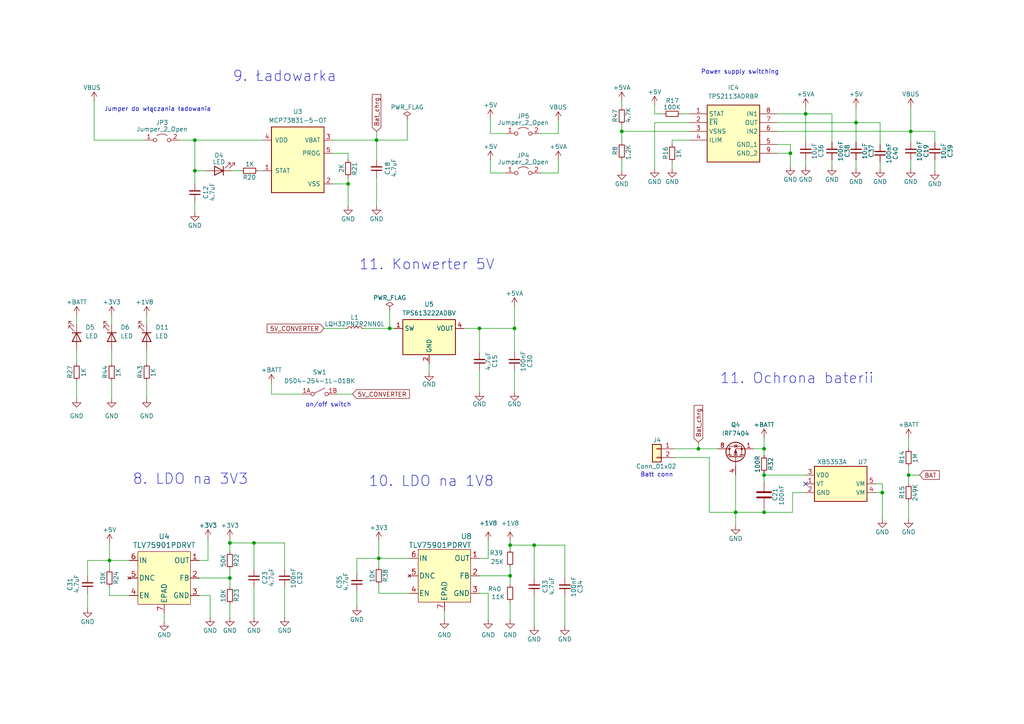
<source format=kicad_sch>
(kicad_sch (version 20231120) (generator "eeschema") (generator_version "8.0")
  (paper "A4")
  (lib_symbols
    (symbol "AP9101CK_1"
      (property "Reference" "U?" (at 0 10.795 0))
      (property "Value" "XB5353A" (at 0 8.255 0))
      (symbol "AP9101CK_1_0_1"
        (rectangle (start -7.62 5.08) (end 7.62 -5.08) (stroke (width 0.254)) (fill (type background)))
      )
      (symbol "AP9101CK_1_1_1"
        (pin passive line (at 10.16 0 180) (length 2.54) (name "VT") (number "1"))
        (pin power_in line (at 10.16 -2.54 180) (length 2.54) (name "GND") (number "2"))
        (pin power_in line (at 10.16 2.54 180) (length 2.54) (name "VDD") (number "3"))
        (pin output line (at -10.16 -2.54 0) (length 2.54) (name "VM") (number "4"))
        (pin output line (at -10.16 0 0) (length 2.54) (name "VM") (number "5"))
      )
    )
    (symbol "Connector_Generic:Conn_01x02" (pin_names (offset 1.016) hide)
      (property "Reference" "J" (at 0 2.54 0))
      (property "Value" "Conn_01x02" (at 0 -5.08 0))
      (symbol "Conn_01x02_1_1"
        (rectangle (start -1.27 -2.413) (end 0 -2.667) (stroke (width 0.1524)))
        (rectangle (start -1.27 0.127) (end 0 -0.127) (stroke (width 0.1524)))
        (rectangle (start -1.27 1.27) (end 1.27 -3.81) (stroke (width 0.254)) (fill (type background)))
        (pin passive line (at -5.08 0 0) (length 3.81) (name "Pin_1") (number "1"))
        (pin passive line (at -5.08 -2.54 0) (length 3.81) (name "Pin_2") (number "2"))
      )
    )
    (symbol "Device:C" (pin_numbers hide) (pin_names (offset 0.254))
      (property "Reference" "C" (at 0.635 2.54 0))
      (property "Value" "C" (at 0.635 -2.54 0))
      (symbol "C_0_1"
        (polyline (pts (xy -2.032 -0.762) (xy 2.032 -0.762)) (stroke (width 0.508)))
        (polyline (pts (xy -2.032 0.762) (xy 2.032 0.762)) (stroke (width 0.508)))
      )
      (symbol "C_1_1"
        (pin passive line (at 0 3.81 270) (length 2.794) (name "~") (number "1"))
        (pin passive line (at 0 -3.81 90) (length 2.794) (name "~") (number "2"))
      )
    )
    (symbol "Device:C_Small" (pin_numbers hide) (pin_names (offset 0.254) hide)
      (property "Reference" "C" (at 0.254 1.778 0))
      (property "Value" "C_Small" (at 0.254 -2.032 0))
      (symbol "C_Small_0_1"
        (polyline (pts (xy -1.524 -0.508) (xy 1.524 -0.508)) (stroke (width 0.3302)))
        (polyline (pts (xy -1.524 0.508) (xy 1.524 0.508)) (stroke (width 0.3048)))
      )
      (symbol "C_Small_1_1"
        (pin passive line (at 0 2.54 270) (length 2.032) (name "~") (number "1"))
        (pin passive line (at 0 -2.54 90) (length 2.032) (name "~") (number "2"))
      )
    )
    (symbol "Device:LED" (pin_numbers hide) (pin_names (offset 1.016) hide)
      (property "Reference" "D" (at 0 2.54 0))
      (property "Value" "LED" (at 0 -2.54 0))
      (symbol "LED_0_1"
        (polyline (pts (xy -1.27 -1.27) (xy -1.27 1.27)) (stroke (width 0.254)))
        (polyline (pts (xy -1.27 0) (xy 1.27 0)))
        (polyline (pts (xy 1.27 -1.27) (xy 1.27 1.27) (xy -1.27 0) (xy 1.27 -1.27)) (stroke (width 0.254)))
        (polyline (pts (xy -3.048 -0.762) (xy -4.572 -2.286) (xy -3.81 -2.286) (xy -4.572 -2.286) (xy -4.572 -1.524)))
        (polyline (pts (xy -1.778 -0.762) (xy -3.302 -2.286) (xy -2.54 -2.286) (xy -3.302 -2.286) (xy -3.302 -1.524)))
      )
      (symbol "LED_1_1"
        (pin passive line (at -3.81 0 0) (length 2.54) (name "K") (number "1"))
        (pin passive line (at 3.81 0 180) (length 2.54) (name "A") (number "2"))
      )
    )
    (symbol "Device:L_Small" (pin_numbers hide) (pin_names (offset 0.254) hide)
      (property "Reference" "L" (at 0.762 1.016 0))
      (property "Value" "L_Small" (at 0.762 -1.016 0))
      (symbol "L_Small_0_1"
        (arc (start 0 -2.032) (mid 0.5058 -1.524) (end 0 -1.016))
        (arc (start 0 -1.016) (mid 0.5058 -0.508) (end 0 0))
        (arc (start 0 0) (mid 0.5058 0.508) (end 0 1.016))
        (arc (start 0 1.016) (mid 0.5058 1.524) (end 0 2.032))
      )
      (symbol "L_Small_1_1"
        (pin passive line (at 0 2.54 270) (length 0.508) (name "~") (number "1"))
        (pin passive line (at 0 -2.54 90) (length 0.508) (name "~") (number "2"))
      )
    )
    (symbol "Jumper:Jumper_2_Open" (pin_names (offset 0) hide)
      (property "Reference" "JP" (at 0 2.794 0))
      (property "Value" "Jumper_2_Open" (at 0 -2.286 0))
      (symbol "Jumper_2_Open_0_0"
        (circle (center -2.032 0) (radius 0.508))
        (circle (center 2.032 0) (radius 0.508))
      )
      (symbol "Jumper_2_Open_0_1"
        (arc (start 1.524 1.27) (mid 0 1.778) (end -1.524 1.27))
      )
      (symbol "Jumper_2_Open_1_1"
        (pin passive line (at -5.08 0 0) (length 2.54) (name "A") (number "1"))
        (pin passive line (at 5.08 0 180) (length 2.54) (name "B") (number "2"))
      )
    )
    (symbol "PUTRocketLab_IC:MCP73831-5-OT" (pin_names (offset 1.016))
      (property "Reference" "U?" (at -6.35 8.89 0))
      (property "Value" "MCP73831-5-OT" (at 5.08 8.89 0))
      (symbol "MCP73831-5-OT_0_1"
        (rectangle (start -7.62 7.62) (end 7.62 -11.43) (stroke (width 0.254)) (fill (type background)))
      )
      (symbol "MCP73831-5-OT_1_1"
        (pin output line (at -10.16 -5.08 0) (length 2.54) (name "STAT") (number "1"))
        (pin power_in line (at 10.16 -8.89 180) (length 2.54) (name "VSS") (number "2"))
        (pin power_out line (at 10.16 3.81 180) (length 2.54) (name "VBAT") (number "3"))
        (pin power_in line (at -10.16 3.81 0) (length 2.54) (name "VDD") (number "4"))
        (pin input line (at 10.16 0 180) (length 2.54) (name "PROG") (number "5"))
      )
    )
    (symbol "PUTRocketLab_IC:TLV75901PDRVT" (pin_names (offset 0.254))
      (property "Reference" "U" (at -6.35 13.97 0))
      (property "Value" "TLV75901PDRVT" (at 1.27 11.43 0))
      (symbol "TLV75901PDRVT_1_1"
        (rectangle (start -7.62 -7.62) (end 7.62 7.62) (fill (type background)))
        (pin power_out line (at -10.16 5.08 0) (length 2.54) (name "OUT") (number "1"))
        (pin input line (at -10.16 0 0) (length 2.54) (name "FB") (number "2"))
        (pin power_in line (at -10.16 -5.08 0) (length 2.54) (name "GND") (number "3"))
        (pin input line (at 10.16 -5.08 180) (length 2.54) (name "EN") (number "4"))
        (pin no_connect line (at 10.16 0 180) (length 2.54) (name "DNC") (number "5"))
        (pin power_in line (at 10.16 5.08 180) (length 2.54) (name "IN") (number "6"))
        (pin passive line (at 0 -10.16 90) (length 2.54) (name "EPAD") (number "7"))
      )
    )
    (symbol "PUTRocketLab_IC:TPS2113ADRBR"
      (property "Reference" "IC" (at 26.67 7.62 0))
      (property "Value" "TPS2113ADRBR" (at 26.67 5.08 0))
      (symbol "TPS2113ADRBR_1_1"
        (rectangle (start 5.08 2.54) (end 20.32 -13.97) (stroke (width 0.254)) (fill (type background)))
        (pin passive line (at 0 0 0) (length 5.08) (name "STAT") (number "1"))
        (pin passive line (at 0 -2.54 0) (length 5.08) (name "~{EN}") (number "2"))
        (pin passive line (at 0 -5.08 0) (length 5.08) (name "VSNS") (number "3"))
        (pin passive line (at 0 -7.62 0) (length 5.08) (name "ILIM") (number "4"))
        (pin passive line (at 25.4 -8.89 180) (length 5.08) (name "GND_1") (number "5"))
        (pin passive line (at 25.4 -5.08 180) (length 5.08) (name "IN2") (number "6"))
        (pin passive line (at 25.4 -2.54 180) (length 5.08) (name "OUT") (number "7"))
        (pin passive line (at 25.4 0 180) (length 5.08) (name "IN1") (number "8"))
        (pin passive line (at 25.4 -11.43 180) (length 5.08) (name "GND_2") (number "9"))
      )
    )
    (symbol "PutRocketLab_RCL:R_Small" (pin_numbers hide) (pin_names (offset 0.254) hide)
      (property "Reference" "R" (at 0.762 0.508 0))
      (property "Value" "R_Small" (at 0.762 -1.016 0))
      (symbol "R_Small_0_1"
        (rectangle (start -0.762 1.778) (end 0.762 -1.778) (stroke (width 0.2032)))
      )
      (symbol "R_Small_1_1"
        (pin passive line (at 0 2.54 270) (length 0.762) (name "~") (number "1"))
        (pin passive line (at 0 -2.54 90) (length 0.762) (name "~") (number "2"))
      )
    )
    (symbol "Regulator_Switching:TPS613222ADBV"
      (property "Reference" "U" (at -7.62 6.35 0))
      (property "Value" "TPS613222ADBV" (at 2.54 6.35 0))
      (symbol "TPS613222ADBV_0_1"
        (rectangle (start -7.62 5.08) (end 7.62 -5.08) (stroke (width 0.254)) (fill (type background)))
      )
      (symbol "TPS613222ADBV_1_1"
        (pin power_in line (at -10.16 2.54 0) (length 2.54) (name "SW") (number "1"))
        (pin power_in line (at 0 -7.62 90) (length 2.54) (name "GND") (number "2"))
        (pin no_connect line (at -7.62 -2.54 0) (length 2.54) hide (name "NC") (number "3"))
        (pin power_out line (at 10.16 2.54 180) (length 2.54) (name "VOUT") (number "4"))
        (pin no_connect line (at 7.62 -2.54 180) (length 2.54) hide (name "NC") (number "5"))
      )
    )
    (symbol "Switch:SW_SPST" (pin_names (offset 0) hide)
      (property "Reference" "SW1" (at 0 6.35 0))
      (property "Value" "DS04-254-1L-01BK" (at 0 3.81 0))
      (symbol "SW_SPST_0_0"
        (circle (center -2.032 0) (radius 0.508))
        (polyline (pts (xy -1.524 0.254) (xy 1.524 1.778)))
        (circle (center 2.032 0) (radius 0.508))
      )
      (symbol "SW_SPST_1_1"
        (pin passive line (at -5.08 0 0) (length 2.54) (name "A") (number "1A"))
        (pin passive line (at 5.08 0 180) (length 2.54) (name "B") (number "1B"))
      )
    )
    (symbol "Transistor_FET:IRF7404" (pin_names hide)
      (property "Reference" "Q" (at 5.08 1.905 0))
      (property "Value" "IRF7404" (at 5.08 0 0))
      (symbol "IRF7404_0_1"
        (polyline (pts (xy 0.254 0) (xy -2.54 0)))
        (polyline (pts (xy 0.254 1.905) (xy 0.254 -1.905)) (stroke (width 0.254)))
        (polyline (pts (xy 0.762 -1.27) (xy 0.762 -2.286)) (stroke (width 0.254)))
        (polyline (pts (xy 0.762 0.508) (xy 0.762 -0.508)) (stroke (width 0.254)))
        (polyline (pts (xy 0.762 2.286) (xy 0.762 1.27)) (stroke (width 0.254)))
        (polyline (pts (xy 2.54 2.54) (xy 2.54 1.778)))
        (polyline (pts (xy 2.54 -2.54) (xy 2.54 0) (xy 0.762 0)))
        (polyline (pts (xy 0.762 1.778) (xy 3.302 1.778) (xy 3.302 -1.778) (xy 0.762 -1.778)))
        (polyline (pts (xy 2.286 0) (xy 1.27 0.381) (xy 1.27 -0.381) (xy 2.286 0)) (fill (type outline)))
        (polyline (pts (xy 2.794 -0.508) (xy 2.921 -0.381) (xy 3.683 -0.381) (xy 3.81 -0.254)))
        (polyline (pts (xy 3.302 -0.381) (xy 2.921 0.254) (xy 3.683 0.254) (xy 3.302 -0.381)))
        (circle (center 1.651 0) (radius 2.794) (stroke (width 0.254)))
        (circle (center 2.54 -1.778) (radius 0.254) (fill (type outline)))
        (circle (center 2.54 1.778) (radius 0.254) (fill (type outline)))
      )
      (symbol "IRF7404_1_1"
        (pin passive line (at 2.54 -5.08 90) (length 2.54) (name "S") (number "1"))
        (pin passive line (at 2.54 -5.08 90) (length 2.54) hide (name "S") (number "2"))
        (pin passive line (at 2.54 -5.08 90) (length 2.54) hide (name "S") (number "3"))
        (pin passive line (at -5.08 0 0) (length 2.54) (name "G") (number "4"))
        (pin passive line (at 2.54 5.08 270) (length 2.54) hide (name "D") (number "5"))
        (pin passive line (at 2.54 5.08 270) (length 2.54) hide (name "D") (number "6"))
        (pin passive line (at 2.54 5.08 270) (length 2.54) hide (name "D") (number "7"))
        (pin passive line (at 2.54 5.08 270) (length 2.54) (name "D") (number "8"))
      )
    )
    (symbol "power:+3V3" (power) (pin_names (offset 0))
      (property "Value" "+3V3" (at 0 3.556 0))
      (symbol "+3V3_0_1"
        (polyline (pts (xy -0.762 1.27) (xy 0 2.54)))
        (polyline (pts (xy 0 0) (xy 0 2.54)))
        (polyline (pts (xy 0 2.54) (xy 0.762 1.27)))
      )
      (symbol "+3V3_1_1"
        (pin power_in line (at 0 0 90) (length 0) hide (name "+3V3") (number "1"))
      )
    )
    (symbol "power:+5V" (power) (pin_names (offset 0))
      (property "Value" "+5V" (at 0 3.556 0))
      (symbol "+5V_0_1"
        (polyline (pts (xy -0.762 1.27) (xy 0 2.54)))
        (polyline (pts (xy 0 0) (xy 0 2.54)))
        (polyline (pts (xy 0 2.54) (xy 0.762 1.27)))
      )
      (symbol "+5V_1_1"
        (pin power_in line (at 0 0 90) (length 0) hide (name "+5V") (number "1"))
      )
    )
    (symbol "power:+5VA" (power) (pin_numbers hide) (pin_names (offset 0) hide)
      (property "Value" "+5VA" (at 0 3.556 0))
      (symbol "+5VA_0_1"
        (polyline (pts (xy -0.762 1.27) (xy 0 2.54)))
        (polyline (pts (xy 0 0) (xy 0 2.54)))
        (polyline (pts (xy 0 2.54) (xy 0.762 1.27)))
      )
      (symbol "+5VA_1_1"
        (pin power_in line (at 0 0 90) (length 0) (name "~") (number "1"))
      )
    )
    (symbol "power:+BATT" (power) (pin_names (offset 0))
      (property "Value" "+BATT" (at 0 3.556 0))
      (symbol "+BATT_0_1"
        (polyline (pts (xy -0.762 1.27) (xy 0 2.54)))
        (polyline (pts (xy 0 0) (xy 0 2.54)))
        (polyline (pts (xy 0 2.54) (xy 0.762 1.27)))
      )
      (symbol "+BATT_1_1"
        (pin power_in line (at 0 0 90) (length 0) hide (name "+BATT") (number "1"))
      )
    )
    (symbol "power:GND" (power) (pin_names (offset 0))
      (property "Value" "GND" (at 0 -3.81 0))
      (symbol "GND_0_1"
        (polyline (pts (xy 0 0) (xy 0 -1.27) (xy 1.27 -1.27) (xy 0 -2.54) (xy -1.27 -1.27) (xy 0 -1.27)))
      )
      (symbol "GND_1_1"
        (pin power_in line (at 0 0 270) (length 0) hide (name "GND") (number "1"))
      )
    )
    (symbol "power:PWR_FLAG" (power) (pin_numbers hide) (pin_names (offset 0) hide)
      (property "Value" "PWR_FLAG" (at 0 3.81 0))
      (symbol "PWR_FLAG_0_0"
        (pin power_out line (at 0 0 90) (length 0) (name "~") (number "1"))
      )
      (symbol "PWR_FLAG_0_1"
        (polyline (pts (xy 0 0) (xy 0 1.27) (xy -1.016 1.905) (xy 0 2.54) (xy 1.016 1.905) (xy 0 1.27)))
      )
    )
    (symbol "power:VBUS" (power) (pin_numbers hide) (pin_names (offset 0) hide)
      (property "Value" "VBUS" (at 0 3.556 0))
      (symbol "VBUS_0_1"
        (polyline (pts (xy -0.762 1.27) (xy 0 2.54)))
        (polyline (pts (xy 0 0) (xy 0 2.54)))
        (polyline (pts (xy 0 2.54) (xy 0.762 1.27)))
      )
      (symbol "VBUS_1_1"
        (pin power_in line (at 0 0 90) (length 0) (name "~") (number "1"))
      )
    )
  )
  (junction (at 233.68 33.02))
  (junction (at 149.225 95.25))
  (junction (at 221.615 137.795))
  (junction (at 264.16 38.1))
  (junction (at 221.615 148.59))
  (junction (at 113.03 95.25))
  (junction (at 31.75 162.56))
  (junction (at 73.66 157.48))
  (junction (at 139.065 95.25))
  (junction (at 154.94 158.115))
  (junction (at 229.235 44.45))
  (junction (at 56.515 40.64))
  (junction (at 180.34 38.1))
  (junction (at 221.615 130.175))
  (junction (at 109.855 161.925))
  (junction (at 248.285 35.56))
  (junction (at 109.22 40.64))
  (junction (at 255.905 142.875))
  (junction (at 100.965 53.34))
  (junction (at 56.515 49.53))
  (junction (at 66.675 167.64))
  (junction (at 202.565 130.175))
  (junction (at 66.675 157.48))
  (junction (at 263.525 137.795))
  (junction (at 147.955 167.005))
  (junction (at 147.955 158.115))
  (junction (at 213.36 148.59))
  (no_connect (at 233.68 140.335))
  (wire (pts (xy 142.24 46.355) (xy 142.24 50.165)))
  (wire (pts (xy 103.505 161.925) (xy 103.505 166.37)))
  (wire (pts (xy 124.46 105.41) (xy 124.46 107.95)))
  (wire (pts (xy 233.68 33.02) (xy 241.3 33.02)))
  (wire (pts (xy 221.615 127) (xy 221.615 130.175)))
  (wire (pts (xy 103.505 171.45) (xy 103.505 175.895)))
  (wire (pts (xy 233.68 48.26) (xy 233.68 46.355)))
  (wire (pts (xy 109.22 38.1) (xy 109.22 40.64)))
  (wire (pts (xy 163.83 172.72) (xy 163.83 181.61)))
  (wire (pts (xy 139.065 161.925) (xy 141.605 161.925)))
  (wire (pts (xy 264.16 38.1) (xy 264.16 41.275)))
  (wire (pts (xy 225.425 33.02) (xy 233.68 33.02)))
  (wire (pts (xy 25.4 172.085) (xy 25.4 176.53)))
  (wire (pts (xy 233.68 31.115) (xy 233.68 33.02)))
  (wire (pts (xy 109.855 161.925) (xy 109.855 164.465)))
  (wire (pts (xy 103.505 161.925) (xy 109.855 161.925)))
  (wire (pts (xy 221.615 130.175) (xy 221.615 132.08)))
  (wire (pts (xy 147.955 174.625) (xy 147.955 179.705)))
  (wire (pts (xy 109.22 40.64) (xy 118.11 40.64)))
  (wire (pts (xy 225.425 35.56) (xy 248.285 35.56)))
  (wire (pts (xy 109.22 40.64) (xy 109.22 46.355)))
  (wire (pts (xy 233.68 142.875) (xy 229.87 142.875)))
  (wire (pts (xy 194.945 40.64) (xy 194.945 41.91)))
  (wire (pts (xy 189.865 35.56) (xy 200.025 35.56)))
  (wire (pts (xy 147.955 158.115) (xy 154.94 158.115)))
  (wire (pts (xy 22.225 101.6) (xy 22.225 105.41)))
  (wire (pts (xy 22.225 110.49) (xy 22.225 115.57)))
  (wire (pts (xy 32.385 91.44) (xy 32.385 93.98)))
  (wire (pts (xy 25.4 162.56) (xy 31.75 162.56)))
  (wire (pts (xy 59.69 49.53) (xy 56.515 49.53)))
  (wire (pts (xy 113.03 95.25) (xy 114.3 95.25)))
  (wire (pts (xy 96.52 40.64) (xy 109.22 40.64)))
  (wire (pts (xy 154.94 158.115) (xy 163.83 158.115)))
  (wire (pts (xy 264.16 48.895) (xy 264.16 46.355)))
  (wire (pts (xy 255.905 140.335) (xy 254 140.335)))
  (wire (pts (xy 141.605 172.085) (xy 139.065 172.085)))
  (wire (pts (xy 27.305 29.21) (xy 27.305 40.64)))
  (wire (pts (xy 197.485 33.02) (xy 200.025 33.02)))
  (wire (pts (xy 42.545 110.49) (xy 42.545 115.57)))
  (wire (pts (xy 22.225 91.44) (xy 22.225 93.98)))
  (wire (pts (xy 264.16 31.115) (xy 264.16 38.1)))
  (wire (pts (xy 60.325 162.56) (xy 60.325 156.21)))
  (wire (pts (xy 161.925 34.925) (xy 161.925 38.735)))
  (wire (pts (xy 96.52 53.34) (xy 100.965 53.34)))
  (wire (pts (xy 96.52 44.45) (xy 100.965 44.45)))
  (wire (pts (xy 205.74 148.59) (xy 213.36 148.59)))
  (wire (pts (xy 142.24 38.735) (xy 146.685 38.735)))
  (wire (pts (xy 218.44 130.175) (xy 221.615 130.175)))
  (wire (pts (xy 56.515 49.53) (xy 56.515 53.34)))
  (wire (pts (xy 202.565 128.27) (xy 202.565 130.175)))
  (wire (pts (xy 102.235 114.3) (xy 97.79 114.3)))
  (wire (pts (xy 255.27 48.895) (xy 255.27 46.99)))
  (wire (pts (xy 194.945 48.895) (xy 194.945 46.99)))
  (wire (pts (xy 67.31 49.53) (xy 69.85 49.53)))
  (wire (pts (xy 139.065 95.25) (xy 139.065 102.235)))
  (wire (pts (xy 229.87 142.875) (xy 229.87 148.59)))
  (wire (pts (xy 100.33 95.25) (xy 93.98 95.25)))
  (wire (pts (xy 142.24 34.29) (xy 142.24 38.735)))
  (wire (pts (xy 154.94 158.115) (xy 154.94 167.64)))
  (wire (pts (xy 128.905 177.165) (xy 128.905 179.705)))
  (wire (pts (xy 264.16 38.1) (xy 271.145 38.1)))
  (wire (pts (xy 263.525 137.795) (xy 266.7 137.795)))
  (wire (pts (xy 154.94 172.72) (xy 154.94 181.61)))
  (wire (pts (xy 221.615 147.32) (xy 221.615 148.59)))
  (wire (pts (xy 149.225 107.315) (xy 149.225 113.665)))
  (wire (pts (xy 78.74 114.3) (xy 87.63 114.3)))
  (wire (pts (xy 31.75 162.56) (xy 31.75 165.1)))
  (wire (pts (xy 57.785 162.56) (xy 60.325 162.56)))
  (wire (pts (xy 66.675 165.1) (xy 66.675 167.64)))
  (wire (pts (xy 82.55 165.1) (xy 82.55 157.48)))
  (wire (pts (xy 52.07 40.64) (xy 56.515 40.64)))
  (wire (pts (xy 194.945 40.64) (xy 200.025 40.64)))
  (wire (pts (xy 100.965 44.45) (xy 100.965 46.355)))
  (wire (pts (xy 241.3 48.26) (xy 241.3 46.355)))
  (wire (pts (xy 229.235 44.45) (xy 229.235 48.26)))
  (wire (pts (xy 255.905 150.495) (xy 255.905 142.875)))
  (wire (pts (xy 213.36 137.795) (xy 213.36 148.59)))
  (wire (pts (xy 189.865 35.56) (xy 189.865 48.895)))
  (wire (pts (xy 271.145 49.53) (xy 271.145 46.355)))
  (wire (pts (xy 109.22 59.69) (xy 109.22 51.435)))
  (wire (pts (xy 141.605 179.705) (xy 141.605 172.085)))
  (wire (pts (xy 60.96 179.07) (xy 60.96 172.72)))
  (wire (pts (xy 82.55 170.18) (xy 82.55 179.07)))
  (wire (pts (xy 56.515 58.42) (xy 56.515 61.595)))
  (wire (pts (xy 149.225 88.9) (xy 149.225 95.25)))
  (wire (pts (xy 255.905 142.875) (xy 255.905 140.335)))
  (wire (pts (xy 73.66 170.18) (xy 73.66 179.07)))
  (wire (pts (xy 263.525 145.415) (xy 263.525 150.495)))
  (wire (pts (xy 180.34 49.53) (xy 180.34 46.355)))
  (wire (pts (xy 213.36 148.59) (xy 213.36 152.4)))
  (wire (pts (xy 180.34 36.195) (xy 180.34 38.1)))
  (wire (pts (xy 56.515 40.64) (xy 76.2 40.64)))
  (wire (pts (xy 180.34 31.115) (xy 180.34 29.21)))
  (wire (pts (xy 142.24 50.165) (xy 146.685 50.165)))
  (wire (pts (xy 189.865 30.48) (xy 189.865 33.02)))
  (wire (pts (xy 241.3 33.02) (xy 241.3 41.275)))
  (wire (pts (xy 139.065 95.25) (xy 149.225 95.25)))
  (wire (pts (xy 31.75 157.48) (xy 31.75 162.56)))
  (wire (pts (xy 180.34 38.1) (xy 180.34 41.275)))
  (wire (pts (xy 66.675 156.21) (xy 66.675 157.48)))
  (wire (pts (xy 147.955 156.845) (xy 147.955 158.115)))
  (wire (pts (xy 31.75 162.56) (xy 37.465 162.56)))
  (wire (pts (xy 156.845 50.165) (xy 161.925 50.165)))
  (wire (pts (xy 248.285 31.115) (xy 248.285 35.56)))
  (wire (pts (xy 37.465 172.72) (xy 31.75 172.72)))
  (wire (pts (xy 156.845 38.735) (xy 161.925 38.735)))
  (wire (pts (xy 255.27 35.56) (xy 248.285 35.56)))
  (wire (pts (xy 139.065 107.315) (xy 139.065 113.665)))
  (wire (pts (xy 118.745 172.085) (xy 109.855 172.085)))
  (wire (pts (xy 113.03 90.17) (xy 113.03 95.25)))
  (wire (pts (xy 213.36 148.59) (xy 221.615 148.59)))
  (wire (pts (xy 57.785 167.64) (xy 66.675 167.64)))
  (wire (pts (xy 233.68 33.02) (xy 233.68 41.275)))
  (wire (pts (xy 195.58 130.175) (xy 202.565 130.175)))
  (wire (pts (xy 66.675 175.26) (xy 66.675 179.07)))
  (wire (pts (xy 32.385 110.49) (xy 32.385 115.57)))
  (wire (pts (xy 139.065 167.005) (xy 147.955 167.005)))
  (wire (pts (xy 225.425 38.1) (xy 264.16 38.1)))
  (wire (pts (xy 74.93 49.53) (xy 76.2 49.53)))
  (wire (pts (xy 248.285 48.895) (xy 248.285 46.355)))
  (wire (pts (xy 27.305 40.64) (xy 41.91 40.64)))
  (wire (pts (xy 221.615 137.16) (xy 221.615 137.795)))
  (wire (pts (xy 205.74 132.715) (xy 205.74 148.59)))
  (wire (pts (xy 202.565 130.175) (xy 208.28 130.175)))
  (wire (pts (xy 109.855 172.085) (xy 109.855 169.545)))
  (wire (pts (xy 134.62 95.25) (xy 139.065 95.25)))
  (wire (pts (xy 255.905 142.875) (xy 254 142.875)))
  (wire (pts (xy 32.385 101.6) (xy 32.385 105.41)))
  (wire (pts (xy 255.27 41.91) (xy 255.27 35.56)))
  (wire (pts (xy 118.11 34.925) (xy 118.11 40.64)))
  (wire (pts (xy 180.34 38.1) (xy 200.025 38.1)))
  (wire (pts (xy 42.545 91.44) (xy 42.545 93.98)))
  (wire (pts (xy 263.525 135.255) (xy 263.525 137.795)))
  (wire (pts (xy 229.235 41.91) (xy 229.235 44.45)))
  (wire (pts (xy 66.675 157.48) (xy 66.675 160.02)))
  (wire (pts (xy 109.855 156.845) (xy 109.855 161.925)))
  (wire (pts (xy 25.4 162.56) (xy 25.4 167.005)))
  (wire (pts (xy 66.675 157.48) (xy 73.66 157.48)))
  (wire (pts (xy 263.525 127) (xy 263.525 130.175)))
  (wire (pts (xy 56.515 49.53) (xy 56.515 40.64)))
  (wire (pts (xy 82.55 157.48) (xy 73.66 157.48)))
  (wire (pts (xy 109.855 161.925) (xy 118.745 161.925)))
  (wire (pts (xy 147.955 167.005) (xy 147.955 169.545)))
  (wire (pts (xy 149.225 102.235) (xy 149.225 95.25)))
  (wire (pts (xy 225.425 41.91) (xy 229.235 41.91)))
  (wire (pts (xy 47.625 177.8) (xy 47.625 180.34)))
  (wire (pts (xy 221.615 137.795) (xy 221.615 139.7)))
  (wire (pts (xy 163.83 158.115) (xy 163.83 167.64)))
  (wire (pts (xy 271.145 38.1) (xy 271.145 41.275)))
  (wire (pts (xy 100.965 53.34) (xy 100.965 59.69)))
  (wire (pts (xy 189.865 33.02) (xy 192.405 33.02)))
  (wire (pts (xy 221.615 137.795) (xy 233.68 137.795)))
  (wire (pts (xy 195.58 132.715) (xy 205.74 132.715)))
  (wire (pts (xy 73.66 157.48) (xy 73.66 165.1)))
  (wire (pts (xy 66.675 167.64) (xy 66.675 170.18)))
  (wire (pts (xy 60.96 172.72) (xy 57.785 172.72)))
  (wire (pts (xy 263.525 137.795) (xy 263.525 140.335)))
  (wire (pts (xy 100.965 51.435) (xy 100.965 53.34)))
  (wire (pts (xy 225.425 44.45) (xy 229.235 44.45)))
  (wire (pts (xy 141.605 161.925) (xy 141.605 156.845)))
  (wire (pts (xy 147.955 158.115) (xy 147.955 159.385)))
  (wire (pts (xy 161.925 46.355) (xy 161.925 50.165)))
  (wire (pts (xy 229.87 148.59) (xy 221.615 148.59)))
  (wire (pts (xy 147.955 164.465) (xy 147.955 167.005)))
  (wire (pts (xy 105.41 95.25) (xy 113.03 95.25)))
  (wire (pts (xy 78.74 111.125) (xy 78.74 114.3)))
  (wire (pts (xy 248.285 35.56) (xy 248.285 41.275)))
  (wire (pts (xy 42.545 101.6) (xy 42.545 105.41)))
  (wire (pts (xy 31.75 172.72) (xy 31.75 170.18)))
  (text "11. Ochrona baterii" (at 231.14 109.855 0) (effects (font (size 3 3))))
  (text "Batt conn" (at 190.5 137.795 0) (effects (font (size 1.27 1.27))))
  (text "Power supply switching" (at 214.63 20.955 0) (effects (font (size 1.27 1.27))))
  (text "Jumper do włączania ładowania" (at 45.72 31.75 0) (effects (font (size 1.27 1.27))))
  (text "11. Konwerter 5V" (at 123.825 76.835 0) (effects (font (size 3 3))))
  (text "9. Ładowarka" (at 82.55 22.225 0) (effects (font (size 3 3))))
  (text "on/off switch" (at 95.25 117.475 0) (effects (font (size 1.27 1.27))))
  (text "8. LDO na 3V3" (at 55.245 139.065 0) (effects (font (size 3 3))))
  (text "10. LDO na 1V8\n" (at 125.095 139.7 0) (effects (font (size 3 3))))
  (global_label "BAT" (shape input) (at 266.7 137.795 0) (property "Intersheetrefs" "${INTERSHEET_REFS}" (effects (hide yes))))
  (global_label "Bat_chrg" (shape input) (at 109.22 38.1 90) (property "Intersheetrefs" "${INTERSHEET_REFS}" (effects (hide yes))))
  (global_label "5V_CONVERTER" (shape input) (at 93.98 95.25 180) (property "Intersheetrefs" "${INTERSHEET_REFS}" (effects (hide yes))))
  (global_label "Bat_chrg" (shape input) (at 202.565 128.27 90) (property "Intersheetrefs" "${INTERSHEET_REFS}" (effects (hide yes))))
  (global_label "5V_CONVERTER" (shape input) (at 102.235 114.3 0) (property "Intersheetrefs" "${INTERSHEET_REFS}" (effects (hide yes))))
  (symbol (lib_id "power:GND") (at 264.16 48.895 0) (mirror y) (unit 1)
    (property "Reference" "#PWR0125" (effects (hide yes)))
    (property "Value" "GND" (at 264.16 52.705 0))
  )
  (symbol (lib_id "PutRocketLab_RCL:R_Small") (at 100.965 48.895 0) (unit 1)
    (property "Reference" "R21" (at 102.87 46.99 90) (effects (justify right)))
    (property "Value" "2K" (at 99.06 50.165 90) (effects (justify left)))
    (property "Footprint" "Resistor_SMD:R_0402_1005Metric_Pad0.72x0.64mm_HandSolder" (effects (hide yes)))
  )
  (symbol (lib_id "power:GND") (at 60.96 179.07 0) (mirror y) (unit 1)
    (property "Reference" "#PWR067" (effects (hide yes)))
    (property "Value" "GND" (at 60.96 182.88 0))
  )
  (symbol (lib_id "power:GND") (at 229.235 48.26 0) (mirror y) (unit 1)
    (property "Reference" "#PWR0120" (effects (hide yes)))
    (property "Value" "GND" (at 229.235 52.07 0))
  )
  (symbol (lib_id "power:PWR_FLAG") (at 118.11 34.925 0) (unit 1)
    (property "Reference" "#FLG01" (effects (hide yes)))
    (property "Value" "PWR_FLAG" (at 118.11 31.115 0))
    (property "Description" "Special symbol for telling ERC where power comes from" (effects (hide yes)))
  )
  (symbol (lib_id "power:+5V") (at 189.865 30.48 0) (unit 1)
    (property "Reference" "#PWR0141" (effects (hide yes)))
    (property "Value" "+5V" (at 189.865 26.67 0))
    (property "Description" "Power symbol creates a global label with name \"+5V\"" (effects (hide yes)))
  )
  (symbol (lib_id "PutRocketLab_RCL:R_Small") (at 22.225 107.95 180) (unit 1)
    (property "Reference" "R27" (at 20.32 109.855 90) (effects (justify right)))
    (property "Value" "1K" (at 24.257 106.68 90) (effects (justify left)))
    (property "Footprint" "Resistor_SMD:R_0402_1005Metric_Pad0.72x0.64mm_HandSolder" (effects (hide yes)))
  )
  (symbol (lib_id "power:GND") (at 32.385 115.57 0) (unit 1)
    (property "Reference" "#PWR0115" (effects (hide yes)))
    (property "Value" "GND" (at 32.385 120.65 0))
  )
  (symbol (lib_id "PutRocketLab_RCL:R_Small") (at 147.955 161.925 0) (mirror x) (unit 1)
    (property "Reference" "R39" (at 145.923 160.401 0) (effects (justify right)))
    (property "Value" "25K" (at 146.177 162.941 0) (effects (justify right)))
    (property "Footprint" "Resistor_SMD:R_0402_1005Metric_Pad0.72x0.64mm_HandSolder" (effects (hide yes)))
  )
  (symbol (lib_id "Device:C_Small") (at 25.4 169.545 180) (unit 1)
    (property "Reference" "C31" (at 20.32 171.45 90) (effects (justify right)))
    (property "Value" "4.7uF" (at 22.225 172.085 90) (effects (justify right)))
    (property "Footprint" "Capacitor_SMD:C_0402_1005Metric_Pad0.74x0.62mm_HandSolder" (effects (hide yes)))
    (property "Description" "Unpolarized capacitor, small symbol" (effects (hide yes)))
  )
  (symbol (lib_id "power:GND") (at 42.545 115.57 0) (unit 1)
    (property "Reference" "#PWR0127" (effects (hide yes)))
    (property "Value" "GND" (at 42.545 120.65 0))
  )
  (symbol (lib_id "power:GND") (at 128.905 179.705 0) (mirror y) (unit 1)
    (property "Reference" "#PWR098" (effects (hide yes)))
    (property "Value" "GND" (at 128.905 184.15 0))
  )
  (symbol (lib_id "PutRocketLab_RCL:R_Small") (at 180.34 33.655 180) (unit 1)
    (property "Reference" "R47" (at 178.435 35.56 90) (effects (justify right)))
    (property "Value" "4.7K" (at 182.245 31.115 90) (effects (justify left)))
    (property "Footprint" "Resistor_SMD:R_0402_1005Metric_Pad0.72x0.64mm_HandSolder" (effects (hide yes)))
  )
  (symbol (lib_id "power:GND") (at 25.4 176.53 0) (unit 1)
    (property "Reference" "#PWR069" (effects (hide yes)))
    (property "Value" "GND" (at 25.4 180.34 0))
  )
  (symbol (lib_id "PutRocketLab_RCL:R_Small") (at 194.945 44.45 180) (unit 1)
    (property "Reference" "R16" (at 193.04 46.355 90) (effects (justify right)))
    (property "Value" "1K" (at 196.85 43.18 90) (effects (justify left)))
    (property "Footprint" "Resistor_SMD:R_0402_1005Metric_Pad0.72x0.64mm_HandSolder" (effects (hide yes)))
  )
  (symbol (lib_id "Device:LED") (at 32.385 97.79 270) (unit 1)
    (property "Reference" "D6" (at 34.925 94.9324 90) (effects (justify left)))
    (property "Value" "LED" (at 34.925 97.4724 90) (effects (justify left)))
    (property "Footprint" "LED_SMD:LED_0603_1608Metric_Pad1.05x0.95mm_HandSolder" (effects (hide yes)))
  )
  (symbol (lib_id "power:+3V3") (at 32.385 91.44 0) (unit 1)
    (property "Reference" "#PWR095" (effects (hide yes)))
    (property "Value" "+3V3" (at 32.385 87.63 0))
  )
  (symbol (lib_id "Device:LED") (at 42.545 97.79 270) (unit 1)
    (property "Reference" "D11" (at 45.085 94.9324 90) (effects (justify left)))
    (property "Value" "LED" (at 45.085 97.4724 90) (effects (justify left)))
    (property "Footprint" "LED_SMD:LED_0603_1608Metric_Pad1.05x0.95mm_HandSolder" (effects (hide yes)))
  )
  (symbol (lib_id "power:VBUS") (at 264.16 31.115 0) (unit 1)
    (property "Reference" "#PWR075" (effects (hide yes)))
    (property "Value" "VBUS" (at 264.16 27.305 0))
    (property "Description" "Power symbol creates a global label with name \"VBUS\"" (effects (hide yes)))
  )
  (symbol (lib_id "PutRocketLab_RCL:R_Small") (at 194.945 33.02 90) (unit 1)
    (property "Reference" "R17" (at 193.04 29.21 90) (effects (justify right)))
    (property "Value" "100K" (at 197.485 31.115 90) (effects (justify left)))
    (property "Footprint" "Resistor_SMD:R_0402_1005Metric_Pad0.72x0.64mm_HandSolder" (effects (hide yes)))
  )
  (symbol (lib_id "power:VBUS") (at 161.925 34.925 0) (unit 1)
    (property "Reference" "#PWR033" (effects (hide yes)))
    (property "Value" "VBUS" (at 161.925 31.115 0))
    (property "Description" "Power symbol creates a global label with name \"VBUS\"" (effects (hide yes)))
  )
  (symbol (lib_id "PutRocketLab_RCL:R_Small") (at 66.675 162.56 0) (mirror x) (unit 1)
    (property "Reference" "R22" (at 68.58 164.465 90) (effects (justify right)))
    (property "Value" "50K" (at 64.77 160.655 90) (effects (justify left)))
    (property "Footprint" "Resistor_SMD:R_0402_1005Metric_Pad0.72x0.64mm_HandSolder" (effects (hide yes)))
  )
  (symbol (lib_id "Device:C_Small") (at 233.68 43.815 180) (unit 1)
    (property "Reference" "C36" (at 238.125 43.815 90))
    (property "Value" "10uF" (at 236.22 43.815 90))
    (property "Footprint" "Capacitor_SMD:C_0402_1005Metric_Pad0.74x0.62mm_HandSolder" (effects (hide yes)))
  )
  (symbol (lib_id "power:+3V3") (at 109.855 156.845 0) (mirror y) (unit 1)
    (property "Reference" "#PWR072" (effects (hide yes)))
    (property "Value" "+3V3" (at 109.855 153.035 0))
  )
  (symbol (lib_id "PUTRocketLab_IC:TLV75901PDRVT") (at 128.905 167.005 0) (mirror y) (unit 1)
    (property "Reference" "U8" (at 135.255 155.575 0) (effects (font (size 1.524 1.524))))
    (property "Value" "TLV75901PDRVT" (at 127.635 158.115 0) (effects (font (size 1.524 1.524))))
    (property "Footprint" "PUT_RocketLab_IC:TLV75901PDRVT" (effects (hide yes)))
  )
  (symbol (lib_id "Device:C_Small") (at 109.22 48.895 180) (unit 1)
    (property "Reference" "C18" (at 112.395 50.8 90) (effects (justify right)))
    (property "Value" "4.7uF" (at 114.3 51.435 90) (effects (justify right)))
    (property "Footprint" "Capacitor_SMD:C_0402_1005Metric_Pad0.74x0.62mm_HandSolder" (effects (hide yes)))
    (property "Description" "Unpolarized capacitor, small symbol" (effects (hide yes)))
  )
  (symbol (lib_id "power:+BATT") (at 221.615 127 0) (mirror y) (unit 1)
    (property "Reference" "#PWR089" (effects (hide yes)))
    (property "Value" "+BATT" (at 221.615 123.19 0))
  )
  (symbol (lib_id "power:GND") (at 103.505 175.895 0) (unit 1)
    (property "Reference" "#PWR092" (effects (hide yes)))
    (property "Value" "GND" (at 103.505 179.705 0))
  )
  (symbol (lib_id "power:GND") (at 241.3 48.26 0) (mirror y) (unit 1)
    (property "Reference" "#PWR0143" (effects (hide yes)))
    (property "Value" "GND" (at 241.3 52.07 0))
  )
  (symbol (lib_id "PutRocketLab_RCL:R_Small") (at 109.855 167.005 0) (mirror x) (unit 1)
    (property "Reference" "R38" (at 111.76 168.91 90) (effects (justify right)))
    (property "Value" "10K" (at 107.95 165.1 90) (effects (justify left)))
    (property "Footprint" "Resistor_SMD:R_0402_1005Metric_Pad0.72x0.64mm_HandSolder" (effects (hide yes)))
  )
  (symbol (lib_id "power:GND") (at 22.225 115.57 0) (unit 1)
    (property "Reference" "#PWR080" (effects (hide yes)))
    (property "Value" "GND" (at 22.225 120.65 0))
  )
  (symbol (lib_id "Device:LED") (at 63.5 49.53 180) (unit 1)
    (property "Reference" "D4" (at 63.5 45.085 0))
    (property "Value" "LED" (at 63.5 46.99 0))
    (property "Footprint" "LED_SMD:LED_0603_1608Metric_Pad1.05x0.95mm_HandSolder" (effects (hide yes)))
  )
  (symbol (lib_id "power:+5VA") (at 180.34 29.21 0) (unit 1)
    (property "Reference" "#PWR0142" (effects (hide yes)))
    (property "Value" "+5VA" (at 180.34 25.4 0))
    (property "Description" "Power symbol creates a global label with name \"+5VA\"" (effects (hide yes)))
  )
  (symbol (lib_id "power:GND") (at 124.46 107.95 0) (unit 1)
    (property "Reference" "#PWR062" (effects (hide yes)))
    (property "Value" "GND" (at 126.492 111.4552 0) (effects (justify right)))
  )
  (symbol (lib_id "Jumper:Jumper_2_Open") (at 46.99 40.64 0) (unit 1)
    (property "Reference" "JP3" (at 46.99 35.56 0))
    (property "Value" "Jumper_2_Open" (at 46.99 37.465 0))
    (property "Footprint" "Jumper:SolderJumper-2_P1.3mm_Open_RoundedPad1.0x1.5mm" (effects (hide yes)))
    (property "Description" "Jumper, 2-pole, open" (effects (hide yes)))
  )
  (symbol (lib_id "power:+5V") (at 142.24 46.355 0) (unit 1)
    (property "Reference" "#PWR0133" (effects (hide yes)))
    (property "Value" "+5V" (at 142.24 42.545 0))
    (property "Description" "Power symbol creates a global label with name \"+5V\"" (effects (hide yes)))
  )
  (symbol (lib_id "power:+3V3") (at 66.675 156.21 0) (mirror y) (unit 1)
    (property "Reference" "#PWR064" (effects (hide yes)))
    (property "Value" "+3V3" (at 66.675 152.4 0))
  )
  (symbol (lib_id "power:GND") (at 141.605 179.705 0) (mirror y) (unit 1)
    (property "Reference" "#PWR0100" (effects (hide yes)))
    (property "Value" "GND" (at 141.605 184.15 0))
  )
  (symbol (lib_id "power:GND") (at 56.515 61.595 0) (unit 1)
    (property "Reference" "#PWR0113" (effects (hide yes)))
    (property "Value" "GND" (at 56.515 65.405 0))
  )
  (symbol (lib_id "PutRocketLab_RCL:R_Small") (at 180.34 43.815 180) (unit 1)
    (property "Reference" "R8" (at 178.435 45.085 90) (effects (justify right)))
    (property "Value" "1.2K" (at 182.245 41.91 90) (effects (justify left)))
    (property "Footprint" "Resistor_SMD:R_0402_1005Metric_Pad0.72x0.64mm_HandSolder" (effects (hide yes)))
  )
  (symbol (lib_id "Device:C_Small") (at 255.27 44.45 180) (unit 1)
    (property "Reference" "C40" (at 259.715 44.45 90))
    (property "Value" "100nF" (at 257.81 44.45 90))
    (property "Footprint" "Capacitor_SMD:C_0402_1005Metric_Pad0.74x0.62mm_HandSolder" (effects (hide yes)))
  )
  (symbol (lib_id "power:GND") (at 73.66 179.07 0) (unit 1)
    (property "Reference" "#PWR0123" (effects (hide yes)))
    (property "Value" "GND" (at 73.66 182.88 0))
  )
  (symbol (lib_id "PUTRocketLab_IC:TPS2113ADRBR") (at 200.025 33.02 0) (unit 1)
    (property "Reference" "IC4" (at 212.725 25.4 0))
    (property "Value" "TPS2113ADRBR" (at 212.725 27.94 0))
    (property "Footprint" "PUT_RocketLab_IC:SON65P300X300X100-9N-D" (effects (hide yes)))
    (property "Datasheet" "https://www.ti.com/lit/gpn/TPS2113A" (effects (hide yes)))
    (property "Description" "Power Switch ICs - Power Distribution Autoswitching Pwr Mux" (effects (hide yes)))
    (property "Height" "1" (effects (hide yes)))
    (property "Mouser Part Number" "595-TPS2113ADRBR" (effects (hide yes)))
    (property "Mouser Price/Stock" "https://www.mouser.co.uk/ProductDetail/Texas-Instruments/TPS2113ADRBR?qs=g%2FrhRe7LVpRsXhRevikZ7Q%3D%3D" (effects (hide yes)))
    (property "Manufacturer_Name" "Texas Instruments" (effects (hide yes)))
    (property "Manufacturer_Part_Number" "TPS2113ADRBR" (effects (hide yes)))
  )
  (symbol (lib_id "PutRocketLab_RCL:R_Small") (at 263.525 132.715 180) (unit 1)
    (property "Reference" "R14" (at 261.62 134.62 90) (effects (justify right)))
    (property "Value" "1M" (at 265.43 131.445 90) (effects (justify left)))
    (property "Footprint" "Resistor_SMD:R_0402_1005Metric_Pad0.72x0.64mm_HandSolder" (effects (hide yes)))
  )
  (symbol (lib_id "PUTRocketLab_IC:TLV75901PDRVT") (at 47.625 167.64 0) (mirror y) (unit 1)
    (property "Reference" "U4" (at 47.625 155.575 0) (effects (font (size 1.524 1.524))))
    (property "Value" "TLV75901PDRVT" (at 47.625 158.115 0) (effects (font (size 1.524 1.524))))
    (property "Footprint" "PUT_RocketLab_IC:TLV75901PDRVT" (effects (hide yes)))
  )
  (symbol (lib_id "Device:C_Small") (at 73.66 167.64 180) (unit 1)
    (property "Reference" "C23" (at 76.835 169.545 90) (effects (justify right)))
    (property "Value" "4.7uF" (at 78.74 170.18 90) (effects (justify right)))
    (property "Footprint" "Capacitor_SMD:C_0402_1005Metric_Pad0.74x0.62mm_HandSolder" (effects (hide yes)))
    (property "Description" "Unpolarized capacitor, small symbol" (effects (hide yes)))
  )
  (symbol (lib_id "Device:C_Small") (at 248.285 43.815 180) (unit 1)
    (property "Reference" "C37" (at 252.73 43.815 90))
    (property "Value" "10uF" (at 250.825 43.815 90))
    (property "Footprint" "Capacitor_SMD:C_0402_1005Metric_Pad0.74x0.62mm_HandSolder" (effects (hide yes)))
  )
  (symbol (lib_id "Device:C_Small") (at 264.16 43.815 180) (unit 1)
    (property "Reference" "C19" (at 268.605 43.815 90))
    (property "Value" "100nF" (at 266.7 43.815 90))
    (property "Footprint" "Capacitor_SMD:C_0402_1005Metric_Pad0.74x0.62mm_HandSolder" (effects (hide yes)))
  )
  (symbol (lib_id "power:GND") (at 255.27 48.895 0) (mirror y) (unit 1)
    (property "Reference" "#PWR0145" (effects (hide yes)))
    (property "Value" "GND" (at 255.27 52.705 0))
  )
  (symbol (lib_id "power:GND") (at 263.525 150.495 0) (unit 1)
    (property "Reference" "#PWR0102" (effects (hide yes)))
    (property "Value" "GND" (at 263.525 154.305 0))
  )
  (symbol (lib_id "Regulator_Switching:TPS613222ADBV") (at 124.46 97.79 0) (unit 1)
    (property "Reference" "U5" (at 124.46 88.265 0))
    (property "Value" "TPS613222ADBV" (at 124.46 90.805 0))
    (property "Footprint" "Package_TO_SOT_SMD:SOT-23-5" (effects (hide yes)))
    (property "Datasheet" "http://www.ti.com/lit/ds/symlink/tps61322.pdf" (effects (hide yes)))
    (property "Description" "1.8A Step-Up Converter, 5V Output Voltage, 0.9-5.5V Input Voltage, SOT-23-5" (effects (hide yes)))
  )
  (symbol (lib_id "power:GND") (at 271.145 49.53 0) (mirror y) (unit 1)
    (property "Reference" "#PWR0144" (effects (hide yes)))
    (property "Value" "GND" (at 271.145 53.34 0))
  )
  (symbol (lib_id "PutRocketLab_RCL:R_Small") (at 66.675 172.72 0) (mirror x) (unit 1)
    (property "Reference" "R23" (at 68.58 174.625 90) (effects (justify right)))
    (property "Value" "10K" (at 64.77 170.815 90) (effects (justify left)))
    (property "Footprint" "Resistor_SMD:R_0402_1005Metric_Pad0.72x0.64mm_HandSolder" (effects (hide yes)))
  )
  (symbol (lib_id "PUTRocketLab_IC:MCP73831-5-OT") (at 86.36 44.45 0) (unit 1)
    (property "Reference" "U3" (at 86.36 32.385 0))
    (property "Value" "MCP73831-5-OT" (at 86.36 34.925 0))
    (property "Footprint" "Package_TO_SOT_SMD:SOT-23-5" (effects (hide yes)))
    (property "Datasheet" "http://ww1.microchip.com/downloads/en/DeviceDoc/20001984g.pdf" (effects (hide yes)))
  )
  (symbol (lib_id "power:GND") (at 189.865 48.895 0) (unit 1)
    (property "Reference" "#PWR0130" (effects (hide yes)))
    (property "Value" "GND" (at 189.865 52.705 0))
  )
  (symbol (lib_id "power:+3V3") (at 141.605 156.845 0) (mirror y) (unit 1)
    (property "Reference" "#PWR099" (effects (hide yes)))
    (property "Value" "+1V8" (at 141.605 151.765 0))
  )
  (symbol (lib_id "PutRocketLab_RCL:R_Small") (at 42.545 107.95 180) (unit 1)
    (property "Reference" "R43" (at 40.64 109.855 90) (effects (justify right)))
    (property "Value" "1K" (at 44.45 106.68 90) (effects (justify left)))
    (property "Footprint" "Resistor_SMD:R_0402_1005Metric_Pad0.72x0.64mm_HandSolder" (effects (hide yes)))
  )
  (symbol (lib_id "power:GND") (at 147.955 179.705 0) (mirror y) (unit 1)
    (property "Reference" "#PWR0114" (effects (hide yes)))
    (property "Value" "GND" (at 147.955 184.15 0))
  )
  (symbol (lib_id "power:GND") (at 100.965 59.69 0) (unit 1)
    (property "Reference" "#PWR061" (effects (hide yes)))
    (property "Value" "GND" (at 100.965 63.5 0))
  )
  (symbol (lib_id "power:+BATT") (at 22.225 91.44 0) (unit 1)
    (property "Reference" "#PWR079" (effects (hide yes)))
    (property "Value" "+BATT" (at 22.225 87.63 0))
  )
  (symbol (lib_id "PutRocketLab_RCL:R_Small") (at 147.955 172.085 0) (mirror x) (unit 1)
    (property "Reference" "R40" (at 145.415 170.815 0) (effects (justify right)))
    (property "Value" "11K" (at 146.431 173.101 0) (effects (justify right)))
    (property "Footprint" "Resistor_SMD:R_0402_1005Metric_Pad0.72x0.64mm_HandSolder" (effects (hide yes)))
  )
  (symbol (lib_id "power:+5V") (at 248.285 31.115 0) (unit 1)
    (property "Reference" "#PWR0122" (effects (hide yes)))
    (property "Value" "+5V" (at 248.285 27.305 0))
    (property "Description" "Power symbol creates a global label with name \"+5V\"" (effects (hide yes)))
  )
  (symbol (lib_id "Device:C_Small") (at 163.83 170.18 180) (unit 1)
    (property "Reference" "C34" (at 168.275 170.18 90))
    (property "Value" "100nF" (at 166.37 170.18 90))
    (property "Footprint" "Capacitor_SMD:C_0402_1005Metric_Pad0.74x0.62mm_HandSolder" (effects (hide yes)))
  )
  (symbol (lib_id "power:GND") (at 233.68 48.26 0) (mirror y) (unit 1)
    (property "Reference" "#PWR0128" (effects (hide yes)))
    (property "Value" "GND" (at 233.68 52.07 0))
  )
  (symbol (lib_id "Device:L_Small") (at 102.87 95.25 90) (unit 1)
    (property "Reference" "L1" (at 102.87 92.075 90))
    (property "Value" "LQH32PN2R2NN0L" (at 102.87 93.98 90))
    (property "Footprint" "Footprints:LQH32CH100K53L" (effects (hide yes)))
    (property "Description" "Inductor, small symbol" (effects (hide yes)))
  )
  (symbol (lib_id "power:+5VA") (at 149.225 88.9 0) (unit 1)
    (property "Reference" "#PWR096" (effects (hide yes)))
    (property "Value" "+5VA" (at 149.225 85.09 0))
    (property "Description" "Power symbol creates a global label with name \"+5VA\"" (effects (hide yes)))
  )
  (symbol (lib_id "Device:C_Small") (at 271.145 43.815 180) (unit 1)
    (property "Reference" "C39" (at 275.59 43.815 90))
    (property "Value" "10uF" (at 273.685 43.815 90))
    (property "Footprint" "Capacitor_SMD:C_0402_1005Metric_Pad0.74x0.62mm_HandSolder" (effects (hide yes)))
  )
  (symbol (lib_id "power:PWR_FLAG") (at 113.03 90.17 0) (unit 1)
    (property "Reference" "#FLG02" (effects (hide yes)))
    (property "Value" "PWR_FLAG" (at 113.03 86.36 0))
    (property "Description" "Special symbol for telling ERC where power comes from" (effects (hide yes)))
  )
  (symbol (lib_id "power:+5V") (at 31.75 157.48 0) (unit 1)
    (property "Reference" "#PWR060" (effects (hide yes)))
    (property "Value" "+5V" (at 31.75 153.67 0))
    (property "Description" "Power symbol creates a global label with name \"+5V\"" (effects (hide yes)))
  )
  (symbol (lib_id "PutRocketLab_RCL:R_Small") (at 263.525 142.875 180) (unit 1)
    (property "Reference" "R15" (at 261.62 144.78 90) (effects (justify right)))
    (property "Value" "249K" (at 265.43 140.335 90) (effects (justify left)))
    (property "Footprint" "Resistor_SMD:R_0402_1005Metric_Pad0.72x0.64mm_HandSolder" (effects (hide yes)))
  )
  (symbol (lib_name "AP9101CK_1") (lib_id "Battery_Management:AP9101CK") (at 243.84 140.335 0) (mirror y) (unit 1)
    (property "Reference" "U7" (at 250.19 133.985 0))
    (property "Value" "XB5353A" (at 241.3 133.985 0))
    (property "Footprint" "Package_TO_SOT_SMD:SOT-23-5" (effects (hide yes)))
    (property "Datasheet" "https://www.diodes.com/assets/Datasheets/AP9101C.pdf" (effects (hide yes)))
  )
  (symbol (lib_id "power:GND") (at 149.225 113.665 0) (unit 1)
    (property "Reference" "#PWR0124" (effects (hide yes)))
    (property "Value" "GND" (at 151.257 117.1702 0) (effects (justify right)))
  )
  (symbol (lib_id "PutRocketLab_RCL:R_Small") (at 221.615 134.62 0) (mirror x) (unit 1)
    (property "Reference" "R32" (at 223.52 136.525 90) (effects (justify right)))
    (property "Value" "100R" (at 219.71 132.08 90) (effects (justify left)))
    (property "Footprint" "Resistor_SMD:R_0402_1005Metric_Pad0.72x0.64mm_HandSolder" (effects (hide yes)))
  )
  (symbol (lib_id "power:VBUS") (at 27.305 29.21 0) (unit 1)
    (property "Reference" "#PWR06" (effects (hide yes)))
    (property "Value" "VBUS" (at 26.67 25.4 0))
    (property "Description" "Power symbol creates a global label with name \"VBUS\"" (effects (hide yes)))
  )
  (symbol (lib_id "Jumper:Jumper_2_Open") (at 151.765 38.735 0) (unit 1)
    (property "Reference" "JP5" (at 151.765 33.655 0))
    (property "Value" "Jumper_2_Open" (at 151.765 35.56 0))
    (property "Footprint" "Jumper:SolderJumper-2_P1.3mm_Open_RoundedPad1.0x1.5mm" (effects (hide yes)))
    (property "Description" "Jumper, 2-pole, open" (effects (hide yes)))
  )
  (symbol (lib_id "power:GND") (at 194.945 48.895 0) (unit 1)
    (property "Reference" "#PWR0140" (effects (hide yes)))
    (property "Value" "GND" (at 194.945 52.705 0))
  )
  (symbol (lib_id "PutRocketLab_RCL:R_Small") (at 32.385 107.95 180) (unit 1)
    (property "Reference" "R44" (at 30.48 109.855 90) (effects (justify right)))
    (property "Value" "1K" (at 34.29 106.68 90) (effects (justify left)))
    (property "Footprint" "Resistor_SMD:R_0402_1005Metric_Pad0.72x0.64mm_HandSolder" (effects (hide yes)))
  )
  (symbol (lib_id "power:+5VA") (at 161.925 46.355 0) (unit 1)
    (property "Reference" "#PWR032" (effects (hide yes)))
    (property "Value" "+5VA" (at 161.925 42.545 0))
    (property "Description" "Power symbol creates a global label with name \"+5VA\"" (effects (hide yes)))
  )
  (symbol (lib_id "Switch:SW_SPST") (at 92.71 114.3 0) (unit 1)
    (property "Reference" "SW1" (at 92.71 107.95 0))
    (property "Value" "DS04-254-1L-01BK" (at 92.71 110.49 0))
    (property "Footprint" "PUT_RocketLab_other:SW_DS04-254-1L-01BK" (effects (hide yes)))
    (property "Description" "Single Pole Single Throw (SPST) switch" (effects (hide yes)))
  )
  (symbol (lib_id "Device:C_Small") (at 82.55 167.64 180) (unit 1)
    (property "Reference" "C32" (at 86.995 167.64 90))
    (property "Value" "100nF" (at 85.09 167.64 90))
    (property "Footprint" "Capacitor_SMD:C_0402_1005Metric_Pad0.74x0.62mm_HandSolder" (effects (hide yes)))
  )
  (symbol (lib_id "power:+5VA") (at 233.68 31.115 0) (unit 1)
    (property "Reference" "#PWR059" (effects (hide yes)))
    (property "Value" "+5VA" (at 233.68 27.305 0))
    (property "Description" "Power symbol creates a global label with name \"+5VA\"" (effects (hide yes)))
  )
  (symbol (lib_id "power:GND") (at 82.55 179.07 0) (unit 1)
    (property "Reference" "#PWR070" (effects (hide yes)))
    (property "Value" "GND" (at 82.55 182.88 0))
  )
  (symbol (lib_id "power:GND") (at 180.34 49.53 0) (unit 1)
    (property "Reference" "#PWR0132" (effects (hide yes)))
    (property "Value" "GND" (at 180.34 53.34 0))
  )
  (symbol (lib_id "Device:C_Small") (at 139.065 104.775 180) (unit 1)
    (property "Reference" "C15" (at 143.51 104.775 90))
    (property "Value" "4.7uF" (at 141.605 104.775 90))
    (property "Footprint" "Capacitor_SMD:C_0402_1005Metric_Pad0.74x0.62mm_HandSolder" (effects (hide yes)))
  )
  (symbol (lib_id "Device:C_Small") (at 103.505 168.91 180) (unit 1)
    (property "Reference" "C35" (at 98.425 170.815 90) (effects (justify right)))
    (property "Value" "4.7uF" (at 100.33 171.45 90) (effects (justify right)))
    (property "Footprint" "Capacitor_SMD:C_0402_1005Metric_Pad0.74x0.62mm_HandSolder" (effects (hide yes)))
    (property "Description" "Unpolarized capacitor, small symbol" (effects (hide yes)))
  )
  (symbol (lib_id "PutRocketLab_RCL:R_Small") (at 31.75 167.64 0) (mirror x) (unit 1)
    (property "Reference" "R24" (at 33.655 169.545 90) (effects (justify right)))
    (property "Value" "10K" (at 29.845 165.735 90) (effects (justify left)))
    (property "Footprint" "Resistor_SMD:R_0402_1005Metric_Pad0.72x0.64mm_HandSolder" (effects (hide yes)))
  )
  (symbol (lib_id "Connector_Generic:Conn_01x02") (at 190.5 130.175 0) (mirror y) (unit 1)
    (property "Reference" "J4" (at 191.77 127.635 0) (effects (justify left)))
    (property "Value" "Conn_01x02" (at 196.215 135.255 0) (effects (justify left)))
    (property "Footprint" "PUT_RocketLab_other:Power_supply_2_PAD" (effects (hide yes)))
  )
  (symbol (lib_id "power:GND") (at 255.905 150.495 0) (mirror y) (unit 1)
    (property "Reference" "#PWR090" (effects (hide yes)))
    (property "Value" "GND" (at 255.905 154.305 0))
  )
  (symbol (lib_id "power:+3V3") (at 60.325 156.21 0) (mirror y) (unit 1)
    (property "Reference" "#PWR066" (effects (hide yes)))
    (property "Value" "+3V3" (at 60.325 152.4 0))
  )
  (symbol (lib_id "power:GND") (at 47.625 180.34 0) (mirror y) (unit 1)
    (property "Reference" "#PWR068" (effects (hide yes)))
    (property "Value" "GND" (at 47.625 184.15 0))
  )
  (symbol (lib_id "power:GND") (at 213.36 152.4 0) (mirror y) (unit 1)
    (property "Reference" "#PWR088" (effects (hide yes)))
    (property "Value" "GND" (at 213.36 156.21 0))
  )
  (symbol (lib_id "power:GND") (at 66.675 179.07 0) (mirror y) (unit 1)
    (property "Reference" "#PWR065" (effects (hide yes)))
    (property "Value" "GND" (at 66.675 182.88 0))
  )
  (symbol (lib_id "Transistor_FET:IRF7404") (at 213.36 132.715 90) (unit 1)
    (property "Reference" "Q4" (at 213.36 123.19 90))
    (property "Value" "IRF7404" (at 213.36 125.73 90))
    (property "Footprint" "Package_SO:SOIC-8_3.9x4.9mm_P1.27mm" (effects (hide yes)))
    (property "Datasheet" "http://www.infineon.com/dgdl/irf7404.pdf?fileId=5546d462533600a4015355fa2b5b1b9e" (effects (hide yes)))
  )
  (symbol (lib_id "Device:C_Small") (at 56.515 55.88 180) (unit 1)
    (property "Reference" "C12" (at 59.69 57.785 90) (effects (justify right)))
    (property "Value" "4.7uF" (at 61.595 58.42 90) (effects (justify right)))
    (property "Footprint" "Capacitor_SMD:C_0402_1005Metric_Pad0.74x0.62mm_HandSolder" (effects (hide yes)))
    (property "Description" "Unpolarized capacitor, small symbol" (effects (hide yes)))
  )
  (symbol (lib_id "Device:C") (at 221.615 143.51 0) (mirror x) (unit 1)
    (property "Reference" "C21" (at 224.79 145.415 90) (effects (justify right)))
    (property "Value" "100nF" (at 226.695 146.685 90) (effects (justify right)))
    (property "Footprint" "Capacitor_SMD:C_0402_1005Metric_Pad0.74x0.62mm_HandSolder" (effects (hide yes)))
  )
  (symbol (lib_id "Device:C_Small") (at 149.225 104.775 180) (unit 1)
    (property "Reference" "C30" (at 153.67 104.775 90))
    (property "Value" "100nF" (at 151.765 104.775 90))
    (property "Footprint" "Capacitor_SMD:C_0402_1005Metric_Pad0.74x0.62mm_HandSolder" (effects (hide yes)))
  )
  (symbol (lib_id "power:GND") (at 139.065 113.665 0) (unit 1)
    (property "Reference" "#PWR074" (effects (hide yes)))
    (property "Value" "GND" (at 141.097 117.1702 0) (effects (justify right)))
  )
  (symbol (lib_id "power:+3V3") (at 147.955 156.845 0) (mirror y) (unit 1)
    (property "Reference" "#PWR0101" (effects (hide yes)))
    (property "Value" "+1V8" (at 147.955 151.765 0))
  )
  (symbol (lib_id "Device:LED") (at 22.225 97.79 270) (unit 1)
    (property "Reference" "D5" (at 24.765 94.9324 90) (effects (justify left)))
    (property "Value" "LED" (at 24.765 97.4724 90) (effects (justify left)))
    (property "Footprint" "LED_SMD:LED_0603_1608Metric_Pad1.05x0.95mm_HandSolder" (effects (hide yes)))
  )
  (symbol (lib_id "Device:C_Small") (at 154.94 170.18 180) (unit 1)
    (property "Reference" "C33" (at 158.115 172.085 90) (effects (justify right)))
    (property "Value" "4.7uF" (at 160.02 172.72 90) (effects (justify right)))
    (property "Footprint" "Capacitor_SMD:C_0402_1005Metric_Pad0.74x0.62mm_HandSolder" (effects (hide yes)))
    (property "Description" "Unpolarized capacitor, small symbol" (effects (hide yes)))
  )
  (symbol (lib_id "power:GND") (at 163.83 181.61 0) (unit 1)
    (property "Reference" "#PWR091" (effects (hide yes)))
    (property "Value" "GND" (at 163.83 185.42 0))
  )
  (symbol (lib_id "power:GND") (at 109.22 59.69 0) (unit 1)
    (property "Reference" "#PWR063" (effects (hide yes)))
    (property "Value" "GND" (at 109.22 63.5 0))
  )
  (symbol (lib_id "power:+BATT") (at 78.74 111.125 0) (unit 1)
    (property "Reference" "#PWR097" (effects (hide yes)))
    (property "Value" "+BATT" (at 78.74 107.315 0))
    (property "Description" "Power symbol creates a global label with name \"+BATT\"" (effects (hide yes)))
  )
  (symbol (lib_id "power:+5V") (at 142.24 34.29 0) (unit 1)
    (property "Reference" "#PWR0146" (effects (hide yes)))
    (property "Value" "+5V" (at 142.24 30.48 0))
    (property "Description" "Power symbol creates a global label with name \"+5V\"" (effects (hide yes)))
  )
  (symbol (lib_id "Device:C_Small") (at 241.3 43.815 180) (unit 1)
    (property "Reference" "C38" (at 245.745 43.815 90))
    (property "Value" "100nF" (at 243.84 43.815 90))
    (property "Footprint" "Capacitor_SMD:C_0402_1005Metric_Pad0.74x0.62mm_HandSolder" (effects (hide yes)))
  )
  (symbol (lib_id "power:+BATT") (at 263.525 127 0) (unit 1)
    (property "Reference" "#PWR056" (effects (hide yes)))
    (property "Value" "+BATT" (at 263.525 123.19 0))
  )
  (symbol (lib_id "Jumper:Jumper_2_Open") (at 151.765 50.165 0) (unit 1)
    (property "Reference" "JP4" (at 151.765 45.085 0))
    (property "Value" "Jumper_2_Open" (at 151.765 46.99 0))
    (property "Footprint" "Jumper:SolderJumper-2_P1.3mm_Open_RoundedPad1.0x1.5mm" (effects (hide yes)))
    (property "Description" "Jumper, 2-pole, open" (effects (hide yes)))
  )
  (symbol (lib_id "PutRocketLab_RCL:R_Small") (at 72.39 49.53 270) (unit 1)
    (property "Reference" "R20" (at 74.295 51.435 90) (effects (justify right)))
    (property "Value" "1K" (at 71.12 47.625 90) (effects (justify left)))
    (property "Footprint" "Resistor_SMD:R_0402_1005Metric_Pad0.72x0.64mm_HandSolder" (effects (hide yes)))
  )
  (symbol (lib_id "power:+5V") (at 42.545 91.44 0) (unit 1)
    (property "Reference" "#PWR0126" (effects (hide yes)))
    (property "Value" "+1V8" (at 41.91 87.63 0))
  )
  (symbol (lib_id "power:GND") (at 154.94 181.61 0) (unit 1)
    (property "Reference" "#PWR073" (effects (hide yes)))
    (property "Value" "GND" (at 154.94 185.42 0))
  )
  (symbol (lib_id "power:GND") (at 248.285 48.895 0) (mirror y) (unit 1)
    (property "Reference" "#PWR0129" (effects (hide yes)))
    (property "Value" "GND" (at 248.285 52.705 0))
  )
)
</source>
